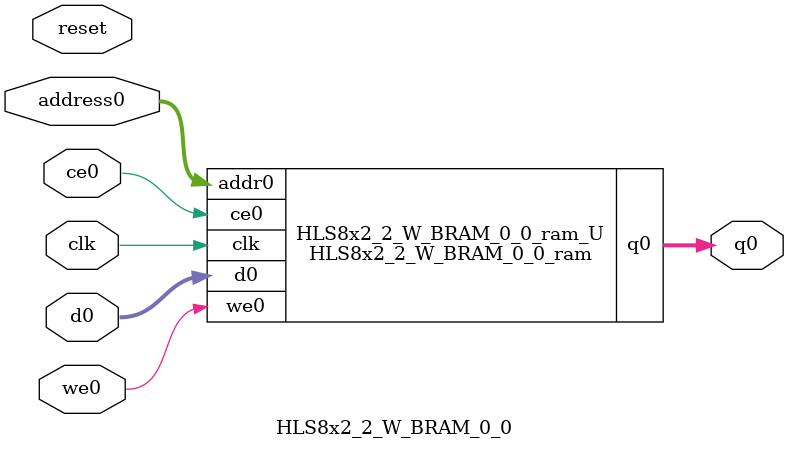
<source format=v>

`timescale 1 ns / 1 ps
module HLS8x2_2_W_BRAM_0_0_ram (addr0, ce0, d0, we0, q0,  clk);

parameter DWIDTH = 16;
parameter AWIDTH = 5;
parameter MEM_SIZE = 25;

input[AWIDTH-1:0] addr0;
input ce0;
input[DWIDTH-1:0] d0;
input we0;
output reg[DWIDTH-1:0] q0;
input clk;

(* ram_style = "distributed" *)reg [DWIDTH-1:0] ram[0:MEM_SIZE-1];




always @(posedge clk)  
begin 
    if (ce0) 
    begin
        if (we0) 
        begin 
            ram[addr0] <= d0; 
            q0 <= d0;
        end 
        else 
            q0 <= ram[addr0];
    end
end


endmodule


`timescale 1 ns / 1 ps
module HLS8x2_2_W_BRAM_0_0(
    reset,
    clk,
    address0,
    ce0,
    we0,
    d0,
    q0);

parameter DataWidth = 32'd16;
parameter AddressRange = 32'd25;
parameter AddressWidth = 32'd5;
input reset;
input clk;
input[AddressWidth - 1:0] address0;
input ce0;
input we0;
input[DataWidth - 1:0] d0;
output[DataWidth - 1:0] q0;



HLS8x2_2_W_BRAM_0_0_ram HLS8x2_2_W_BRAM_0_0_ram_U(
    .clk( clk ),
    .addr0( address0 ),
    .ce0( ce0 ),
    .d0( d0 ),
    .we0( we0 ),
    .q0( q0 ));

endmodule


</source>
